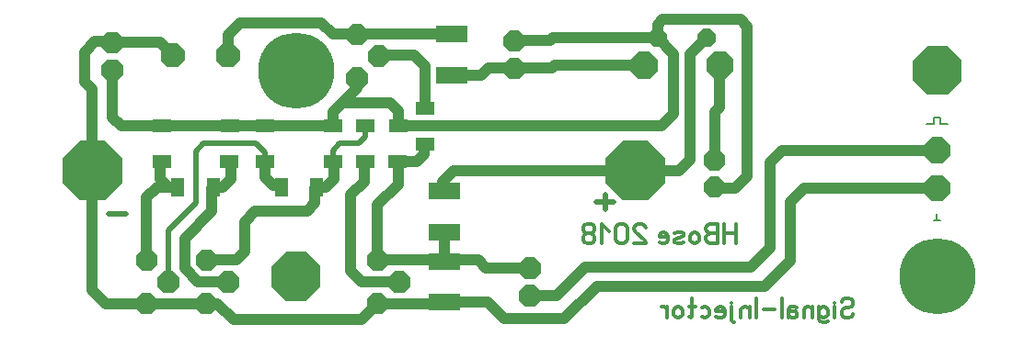
<source format=gbr>
%FSLAX34Y34*%
%MOMM*%
%LNCOPPER_BOTTOM*%
G71*
G01*
%ADD10C,7.000*%
%ADD11R,1.800X1.300*%
%ADD12R,1.300X1.800*%
%ADD13C,1.000*%
%ADD14C,0.476*%
%ADD15C,0.500*%
%ADD16R,3.000X1.500*%
%ADD17C,0.318*%
%ADD18C,0.200*%
%LPD*%
X215000Y-55000D02*
G54D10*
D03*
G36*
X192500Y-235662D02*
X205662Y-222500D01*
X224338Y-222500D01*
X237500Y-235662D01*
X237500Y-254338D01*
X224338Y-267500D01*
X205662Y-267500D01*
X192500Y-254338D01*
X192500Y-235662D01*
G37*
G36*
X782500Y-45662D02*
X795662Y-32500D01*
X814338Y-32500D01*
X827500Y-45662D01*
X827500Y-64338D01*
X814338Y-77500D01*
X795662Y-77500D01*
X782500Y-64338D01*
X782500Y-45662D01*
G37*
X805000Y-245000D02*
G54D10*
D03*
G36*
X500000Y-136087D02*
X516087Y-120000D01*
X538913Y-120000D01*
X555000Y-136087D01*
X555000Y-158913D01*
X538913Y-175000D01*
X516087Y-175000D01*
X500000Y-158913D01*
X500000Y-136087D01*
G37*
G36*
X0Y-136087D02*
X16087Y-120000D01*
X38913Y-120000D01*
X55000Y-136087D01*
X55000Y-158913D01*
X38913Y-175000D01*
X16087Y-175000D01*
X0Y-158913D01*
X0Y-136087D01*
G37*
X91200Y-138800D02*
G54D11*
D03*
X91300Y-106300D02*
G54D11*
D03*
X153700Y-138800D02*
G54D11*
D03*
X153800Y-106300D02*
G54D11*
D03*
X186200Y-138800D02*
G54D11*
D03*
X186300Y-106300D02*
G54D11*
D03*
X248700Y-138800D02*
G54D11*
D03*
X248800Y-106300D02*
G54D11*
D03*
X138750Y-162600D02*
G54D12*
D03*
X106250Y-162500D02*
G54D12*
D03*
X233750Y-162600D02*
G54D12*
D03*
X201250Y-162500D02*
G54D12*
D03*
G36*
X101650Y-240000D02*
X107500Y-245850D01*
X107500Y-254150D01*
X101650Y-260000D01*
X93350Y-260000D01*
X87500Y-254150D01*
X87500Y-245850D01*
X93350Y-240000D01*
X101650Y-240000D01*
G37*
G36*
X81650Y-220000D02*
X87500Y-225850D01*
X87500Y-234150D01*
X81650Y-240000D01*
X73350Y-240000D01*
X67500Y-234150D01*
X67500Y-225850D01*
X73350Y-220000D01*
X81650Y-220000D01*
G37*
G36*
X81650Y-260000D02*
X87500Y-265850D01*
X87500Y-274150D01*
X81650Y-280000D01*
X73350Y-280000D01*
X67500Y-274150D01*
X67500Y-265850D01*
X73350Y-260000D01*
X81650Y-260000D01*
G37*
G36*
X156650Y-240000D02*
X162500Y-245850D01*
X162500Y-254150D01*
X156650Y-260000D01*
X148350Y-260000D01*
X142500Y-254150D01*
X142500Y-245850D01*
X148350Y-240000D01*
X156650Y-240000D01*
G37*
G36*
X136650Y-220000D02*
X142500Y-225850D01*
X142500Y-234150D01*
X136650Y-240000D01*
X128350Y-240000D01*
X122500Y-234150D01*
X122500Y-225850D01*
X128350Y-220000D01*
X136650Y-220000D01*
G37*
G36*
X136650Y-260000D02*
X142500Y-265850D01*
X142500Y-274150D01*
X136650Y-280000D01*
X128350Y-280000D01*
X122500Y-274150D01*
X122500Y-265850D01*
X128350Y-260000D01*
X136650Y-260000D01*
G37*
G54D13*
X138750Y-162600D02*
X147400Y-162600D01*
X155000Y-155000D01*
X155000Y-140100D01*
X153700Y-138800D01*
G54D13*
X106250Y-162500D02*
X97500Y-162500D01*
X90000Y-155000D01*
X90000Y-140000D01*
X91200Y-138800D01*
G54D13*
X202450Y-161300D02*
X193700Y-161300D01*
X186200Y-153800D01*
X186200Y-138800D01*
X187400Y-137600D01*
G54D13*
X233750Y-162600D02*
X242400Y-162600D01*
X250000Y-155000D01*
X250000Y-140100D01*
X248700Y-138800D01*
G54D13*
X91300Y-106300D02*
X153800Y-106300D01*
X186300Y-106300D01*
X248800Y-106300D01*
G54D13*
X106250Y-162500D02*
X87500Y-162500D01*
X77500Y-172500D01*
X77500Y-230000D01*
G54D13*
X132500Y-270000D02*
X77500Y-270000D01*
G54D13*
X152500Y-250000D02*
X125000Y-250000D01*
X112500Y-237500D01*
X112500Y-210000D01*
X137500Y-185000D01*
X137500Y-163850D01*
X138750Y-162600D01*
G54D13*
X27500Y-147500D02*
X27500Y-257500D01*
X40000Y-270000D01*
X77500Y-270000D01*
G54D14*
X58812Y-187708D02*
X42812Y-187708D01*
G54D14*
X507462Y-176508D02*
X491462Y-176508D01*
G54D14*
X499462Y-169842D02*
X499462Y-183175D01*
X278700Y-138800D02*
G54D11*
D03*
X278800Y-106300D02*
G54D11*
D03*
G54D15*
X248700Y-138800D02*
X248700Y-128800D01*
X255000Y-122500D01*
X272572Y-122500D01*
X278696Y-116375D01*
X278696Y-106404D01*
X278800Y-106300D01*
G36*
X314150Y-240000D02*
X320000Y-245850D01*
X320000Y-254150D01*
X314150Y-260000D01*
X305850Y-260000D01*
X300000Y-254150D01*
X300000Y-245850D01*
X305850Y-240000D01*
X314150Y-240000D01*
G37*
G36*
X294150Y-220000D02*
X300000Y-225850D01*
X300000Y-234150D01*
X294150Y-240000D01*
X285850Y-240000D01*
X280000Y-234150D01*
X280000Y-225850D01*
X285850Y-220000D01*
X294150Y-220000D01*
G37*
G36*
X294150Y-260000D02*
X300000Y-265850D01*
X300000Y-274150D01*
X294150Y-280000D01*
X285850Y-280000D01*
X280000Y-274150D01*
X280000Y-265850D01*
X285850Y-260000D01*
X294150Y-260000D01*
G37*
X308700Y-138800D02*
G54D11*
D03*
X308800Y-106300D02*
G54D11*
D03*
G54D13*
X248800Y-106300D02*
X248800Y-93700D01*
X257500Y-85000D01*
X301783Y-85000D01*
X309091Y-92308D01*
X309091Y-106009D01*
X308800Y-106300D01*
G54D13*
X310000Y-250000D02*
X275000Y-250000D01*
X265000Y-240000D01*
X265000Y-170000D01*
X277500Y-157500D01*
X277500Y-140000D01*
X278700Y-138800D01*
G54D13*
X290000Y-230000D02*
X290000Y-179231D01*
X308741Y-160490D01*
X308741Y-138841D01*
X308700Y-138800D01*
G54D13*
X132500Y-270000D02*
X142500Y-270000D01*
X157500Y-285000D01*
X275000Y-285000D01*
X290000Y-270000D01*
X351500Y-231000D02*
G54D16*
D03*
X351500Y-269000D02*
G54D16*
D03*
G54D13*
X290000Y-270000D02*
X350500Y-270000D01*
X351500Y-269000D01*
G54D13*
X290000Y-230000D02*
X350500Y-230000D01*
X351500Y-231000D01*
X351500Y-166000D02*
G54D16*
D03*
X351500Y-204000D02*
G54D16*
D03*
G54D13*
X351500Y-231000D02*
X351500Y-204000D01*
G54D13*
X527500Y-147500D02*
X360000Y-147500D01*
X350000Y-157500D01*
X350000Y-164500D01*
X351500Y-166000D01*
G36*
X426050Y-272700D02*
X420200Y-266850D01*
X420200Y-258550D01*
X426050Y-252700D01*
X434350Y-252700D01*
X440200Y-258550D01*
X440200Y-266850D01*
X434350Y-272700D01*
X426050Y-272700D01*
G37*
G36*
X426050Y-247300D02*
X420200Y-241450D01*
X420200Y-233150D01*
X426050Y-227300D01*
X434350Y-227300D01*
X440200Y-233150D01*
X440200Y-241450D01*
X434350Y-247300D01*
X426050Y-247300D01*
G37*
G54D13*
X430200Y-237300D02*
X389800Y-237300D01*
X382500Y-230000D01*
X352500Y-230000D01*
X351500Y-231000D01*
G36*
X529862Y-62550D02*
X522550Y-55238D01*
X522550Y-44862D01*
X529862Y-37550D01*
X540238Y-37550D01*
X547550Y-44862D01*
X547550Y-55238D01*
X540238Y-62550D01*
X529862Y-62550D01*
G37*
G36*
X599862Y-62550D02*
X592550Y-55238D01*
X592550Y-44862D01*
X599862Y-37550D01*
X610238Y-37550D01*
X617550Y-44862D01*
X617550Y-55238D01*
X610238Y-62550D01*
X599862Y-62550D01*
G37*
G36*
X544022Y-33550D02*
X539050Y-28578D01*
X539050Y-21522D01*
X544022Y-16550D01*
X551078Y-16550D01*
X556050Y-21522D01*
X556050Y-28578D01*
X551078Y-33550D01*
X544022Y-33550D01*
G37*
G36*
X589022Y-33550D02*
X584050Y-28578D01*
X584050Y-21522D01*
X589022Y-16550D01*
X596078Y-16550D01*
X601050Y-21522D01*
X601050Y-28578D01*
X596078Y-33550D01*
X589022Y-33550D01*
G37*
G54D13*
X132500Y-230000D02*
X160000Y-230000D01*
X167500Y-222500D01*
X167500Y-195000D01*
X177500Y-185000D01*
X225000Y-185000D01*
X232500Y-177500D01*
X232500Y-163850D01*
X233750Y-162600D01*
G54D15*
X97500Y-250000D02*
X97500Y-202500D01*
X122500Y-177500D01*
X122500Y-130000D01*
X130000Y-122500D01*
X177872Y-122500D01*
X186157Y-130785D01*
X186157Y-138757D01*
X186200Y-138800D01*
G54D17*
X619500Y-214375D02*
X619500Y-196597D01*
G54D17*
X608833Y-214375D02*
X608833Y-196597D01*
G54D17*
X619500Y-205486D02*
X608833Y-205486D01*
G54D17*
X602611Y-214375D02*
X602611Y-196597D01*
X595944Y-196597D01*
X593278Y-197708D01*
X591944Y-199931D01*
X591944Y-202153D01*
X593278Y-204375D01*
X595944Y-205486D01*
X593278Y-206597D01*
X591944Y-208819D01*
X591944Y-211042D01*
X593278Y-213264D01*
X595944Y-214375D01*
X602611Y-214375D01*
G54D17*
X602611Y-205486D02*
X595944Y-205486D01*
G54D17*
X577722Y-211708D02*
X577722Y-207264D01*
X579055Y-205042D01*
X581722Y-204375D01*
X584389Y-205042D01*
X585722Y-207264D01*
X585722Y-211708D01*
X584389Y-213931D01*
X581722Y-214375D01*
X579055Y-213931D01*
X577722Y-211708D01*
G54D17*
X571500Y-213264D02*
X568833Y-214375D01*
X566167Y-214375D01*
X563500Y-213264D01*
X563500Y-211042D01*
X564833Y-209931D01*
X570167Y-208819D01*
X571500Y-207708D01*
X571500Y-205486D01*
X568833Y-204375D01*
X566167Y-204375D01*
X563500Y-205486D01*
G54D17*
X549278Y-213264D02*
X551411Y-214375D01*
X554078Y-214375D01*
X556745Y-213264D01*
X557278Y-211042D01*
X557278Y-207264D01*
X555945Y-205042D01*
X553278Y-204375D01*
X550611Y-205042D01*
X549278Y-206597D01*
X549278Y-208819D01*
X557278Y-208819D01*
G54D17*
X525900Y-214375D02*
X536567Y-214375D01*
X536567Y-213264D01*
X535234Y-211042D01*
X527234Y-204375D01*
X525900Y-202153D01*
X525900Y-199931D01*
X527234Y-197708D01*
X529900Y-196597D01*
X532567Y-196597D01*
X535234Y-197708D01*
X536567Y-199931D01*
G54D17*
X509011Y-199931D02*
X509011Y-211042D01*
X510345Y-213264D01*
X513011Y-214375D01*
X515678Y-214375D01*
X518345Y-213264D01*
X519678Y-211042D01*
X519678Y-199931D01*
X518345Y-197708D01*
X515678Y-196597D01*
X513011Y-196597D01*
X510345Y-197708D01*
X509011Y-199931D01*
G54D17*
X502789Y-203264D02*
X496122Y-196597D01*
X496122Y-214375D01*
G54D17*
X483233Y-205486D02*
X485900Y-205486D01*
X488567Y-204375D01*
X489900Y-202153D01*
X489900Y-199931D01*
X488567Y-197708D01*
X485900Y-196597D01*
X483233Y-196597D01*
X480567Y-197708D01*
X479233Y-199931D01*
X479233Y-202153D01*
X480567Y-204375D01*
X483233Y-205486D01*
X480567Y-206597D01*
X479233Y-208819D01*
X479233Y-211042D01*
X480567Y-213264D01*
X483233Y-214375D01*
X485900Y-214375D01*
X488567Y-213264D01*
X489900Y-211042D01*
X489900Y-208819D01*
X488567Y-206597D01*
X485900Y-205486D01*
G54D17*
X727600Y-279692D02*
X726267Y-281914D01*
X723600Y-283025D01*
X720933Y-283025D01*
X718267Y-281914D01*
X716933Y-279692D01*
X716933Y-277469D01*
X718267Y-275247D01*
X720933Y-274136D01*
X723600Y-274136D01*
X726267Y-273025D01*
X727600Y-270803D01*
X727600Y-268581D01*
X726267Y-266358D01*
X723600Y-265247D01*
X720933Y-265247D01*
X718267Y-266358D01*
X716933Y-268581D01*
G54D17*
X710711Y-283025D02*
X710711Y-273025D01*
G54D17*
X710711Y-269692D02*
X710711Y-269692D01*
G54D17*
X704489Y-286358D02*
X701822Y-287469D01*
X699956Y-287469D01*
X697289Y-286358D01*
X696489Y-284136D01*
X696489Y-273025D01*
G54D17*
X696489Y-275914D02*
X697822Y-273692D01*
X700489Y-273025D01*
X703156Y-273692D01*
X704489Y-275914D01*
X704489Y-280358D01*
X703156Y-282581D01*
X700489Y-283025D01*
X697822Y-282581D01*
X696489Y-280358D01*
G54D17*
X690267Y-283025D02*
X690267Y-273025D01*
G54D17*
X690267Y-275247D02*
X688934Y-273692D01*
X686267Y-273025D01*
X683600Y-273692D01*
X682267Y-275247D01*
X682267Y-283025D01*
G54D17*
X676045Y-274136D02*
X673378Y-273025D01*
X670178Y-273025D01*
X668045Y-275247D01*
X668045Y-283025D01*
G54D17*
X668045Y-279692D02*
X669378Y-277469D01*
X672045Y-277025D01*
X674712Y-277469D01*
X676045Y-279692D01*
X675512Y-281914D01*
X673378Y-283025D01*
X672045Y-283025D01*
X671512Y-283025D01*
X669378Y-281914D01*
X668045Y-279692D01*
G54D17*
X661823Y-283025D02*
X661823Y-265247D01*
G54D17*
X655601Y-275247D02*
X644934Y-275247D01*
G54D17*
X638712Y-283025D02*
X638712Y-265247D01*
G54D17*
X632490Y-283025D02*
X632490Y-273025D01*
G54D17*
X632490Y-275247D02*
X631157Y-273692D01*
X628490Y-273025D01*
X625823Y-273692D01*
X624490Y-275247D01*
X624490Y-283025D01*
G54D17*
X615601Y-269692D02*
X615601Y-269692D01*
G54D17*
X618268Y-287469D02*
X616935Y-287469D01*
X615601Y-285692D01*
X615601Y-273025D01*
G54D17*
X601379Y-281914D02*
X603512Y-283025D01*
X606179Y-283025D01*
X608846Y-281914D01*
X609379Y-279692D01*
X609379Y-275914D01*
X608046Y-273692D01*
X605379Y-273025D01*
X602712Y-273692D01*
X601379Y-275247D01*
X601379Y-277469D01*
X609379Y-277469D01*
G54D17*
X588490Y-273692D02*
X591157Y-273025D01*
X593824Y-273692D01*
X595157Y-275914D01*
X595157Y-280358D01*
X593824Y-282581D01*
X591157Y-283025D01*
X588490Y-282581D01*
G54D17*
X579601Y-265247D02*
X579601Y-281914D01*
X578268Y-283025D01*
X576935Y-282581D01*
G54D17*
X582268Y-273025D02*
X576935Y-273025D01*
G54D17*
X562713Y-280358D02*
X562713Y-275914D01*
X564046Y-273692D01*
X566713Y-273025D01*
X569380Y-273692D01*
X570713Y-275914D01*
X570713Y-280358D01*
X569380Y-282581D01*
X566713Y-283025D01*
X564046Y-282581D01*
X562713Y-280358D01*
G54D17*
X556491Y-283025D02*
X556491Y-273025D01*
G54D17*
X556491Y-275247D02*
X553824Y-273025D01*
X551158Y-273025D01*
G54D13*
X308800Y-106300D02*
X551200Y-106300D01*
X562500Y-95000D01*
X562500Y-40000D01*
X547550Y-25050D01*
G54D13*
X527500Y-147500D02*
X567500Y-147500D01*
X577500Y-137500D01*
X577500Y-40100D01*
X592550Y-25050D01*
G36*
X590000Y-133350D02*
X595850Y-127500D01*
X604150Y-127500D01*
X610000Y-133350D01*
X610000Y-141650D01*
X604150Y-147500D01*
X595850Y-147500D01*
X590000Y-141650D01*
X590000Y-133350D01*
G37*
G36*
X590000Y-158350D02*
X595850Y-152500D01*
X604150Y-152500D01*
X610000Y-158350D01*
X610000Y-166650D01*
X604150Y-172500D01*
X595850Y-172500D01*
X590000Y-166650D01*
X590000Y-158350D01*
G37*
G36*
X295250Y-31825D02*
X301100Y-37675D01*
X301100Y-45975D01*
X295250Y-51825D01*
X286950Y-51825D01*
X281100Y-45975D01*
X281100Y-37675D01*
X286950Y-31825D01*
X295250Y-31825D01*
G37*
G36*
X275250Y-11825D02*
X281100Y-17675D01*
X281100Y-25975D01*
X275250Y-31825D01*
X266950Y-31825D01*
X261100Y-25975D01*
X261100Y-17675D01*
X266950Y-11825D01*
X275250Y-11825D01*
G37*
G36*
X275250Y-51825D02*
X281100Y-57675D01*
X281100Y-65975D01*
X275250Y-71825D01*
X266950Y-71825D01*
X261100Y-65975D01*
X261100Y-57675D01*
X266950Y-51825D01*
X275250Y-51825D01*
G37*
X333700Y-122800D02*
G54D11*
D03*
X333800Y-90300D02*
G54D11*
D03*
G54D13*
X308700Y-138800D02*
X326200Y-138800D01*
X332500Y-132500D01*
X332500Y-124000D01*
X333700Y-122800D01*
G36*
X90600Y-36710D02*
X97035Y-30275D01*
X106165Y-30275D01*
X112600Y-36710D01*
X112600Y-45840D01*
X106165Y-52275D01*
X97035Y-52275D01*
X90600Y-45840D01*
X90600Y-36710D01*
G37*
G36*
X141400Y-36710D02*
X147835Y-30275D01*
X156965Y-30275D01*
X163400Y-36710D01*
X163400Y-45840D01*
X156965Y-52275D01*
X147835Y-52275D01*
X141400Y-45840D01*
X141400Y-36710D01*
G37*
X358644Y-21538D02*
G54D16*
D03*
X358644Y-59538D02*
G54D16*
D03*
G36*
X411762Y-63150D02*
X405912Y-57300D01*
X405912Y-49000D01*
X411762Y-43150D01*
X420062Y-43150D01*
X425912Y-49000D01*
X425912Y-57300D01*
X420062Y-63150D01*
X411762Y-63150D01*
G37*
G36*
X411762Y-37750D02*
X405912Y-31900D01*
X405912Y-23600D01*
X411762Y-17750D01*
X420062Y-17750D01*
X425912Y-23600D01*
X425912Y-31900D01*
X420062Y-37750D01*
X411762Y-37750D01*
G37*
G36*
X792862Y-123608D02*
X799882Y-116588D01*
X809842Y-116588D01*
X816862Y-123608D01*
X816862Y-133568D01*
X809842Y-140588D01*
X799882Y-140588D01*
X792862Y-133568D01*
X792862Y-123608D01*
G37*
G36*
X792862Y-158608D02*
X799882Y-151588D01*
X809842Y-151588D01*
X816862Y-158608D01*
X816862Y-168568D01*
X809842Y-175588D01*
X799882Y-175588D01*
X792862Y-168568D01*
X792862Y-158608D01*
G37*
G54D13*
X360000Y-21825D02*
X248838Y-21825D01*
X238125Y-11112D01*
X163512Y-11112D01*
X152400Y-22225D01*
X152400Y-41275D01*
G54D13*
X600000Y-137500D02*
X600000Y-93738D01*
X604838Y-88900D01*
X604838Y-50262D01*
X605050Y-50050D01*
G54D13*
X547550Y-25050D02*
X547550Y-12838D01*
X552450Y-7938D01*
X623888Y-7938D01*
X630238Y-14288D01*
X630238Y-152400D01*
X619125Y-163512D01*
X601012Y-163512D01*
X600000Y-162500D01*
G54D13*
X430200Y-262700D02*
X454850Y-262700D01*
X481012Y-236538D01*
X633412Y-236538D01*
X650875Y-219075D01*
X650875Y-139700D01*
X661988Y-128588D01*
X804862Y-128588D01*
G54D13*
X351500Y-269000D02*
X391238Y-269000D01*
X406400Y-284162D01*
X461962Y-284162D01*
X492125Y-254000D01*
X646112Y-254000D01*
X669925Y-230188D01*
X669925Y-176212D01*
X682625Y-163512D01*
X804788Y-163512D01*
X804862Y-163588D01*
G36*
X50174Y-19338D02*
X56024Y-25188D01*
X56024Y-33488D01*
X50174Y-39338D01*
X41874Y-39338D01*
X36024Y-33488D01*
X36024Y-25188D01*
X41874Y-19338D01*
X50174Y-19338D01*
G37*
G36*
X50174Y-44738D02*
X56024Y-50588D01*
X56024Y-58888D01*
X50174Y-64738D01*
X41874Y-64738D01*
X36024Y-58888D01*
X36024Y-50588D01*
X41874Y-44738D01*
X50174Y-44738D01*
G37*
G54D13*
X46024Y-29338D02*
X89664Y-29338D01*
X101600Y-41275D01*
G54D13*
X27500Y-147500D02*
X27500Y-71950D01*
X20638Y-65088D01*
X20638Y-38100D01*
X30162Y-28575D01*
X45260Y-28575D01*
X46024Y-29338D01*
G54D13*
X333800Y-90300D02*
X333800Y-51225D01*
X323850Y-41275D01*
X291650Y-41275D01*
X291100Y-41825D01*
G54D13*
X271100Y-61825D02*
X271100Y-71400D01*
X257500Y-85000D01*
G54D13*
X358644Y-59538D02*
X384962Y-59538D01*
X392112Y-52388D01*
X415150Y-52388D01*
X415912Y-53150D01*
G54D13*
X547550Y-25050D02*
X451200Y-25050D01*
X449262Y-26988D01*
X416675Y-26988D01*
X415912Y-27750D01*
G54D13*
X535050Y-50050D02*
X453188Y-50050D01*
X450850Y-52388D01*
X416675Y-52388D01*
X415912Y-53150D01*
G54D18*
X801688Y-98425D02*
X808038Y-98425D01*
X808038Y-104775D01*
X814388Y-104775D01*
G54D18*
X801688Y-98425D02*
X801688Y-104775D01*
X795338Y-104775D01*
G54D13*
X91300Y-106300D02*
X53912Y-106300D01*
X46038Y-98425D01*
X46024Y-54738D01*
G54D18*
X804862Y-187325D02*
X804862Y-193675D01*
X808038Y-193675D01*
G54D18*
X804862Y-193675D02*
X801688Y-193675D01*
M02*

</source>
